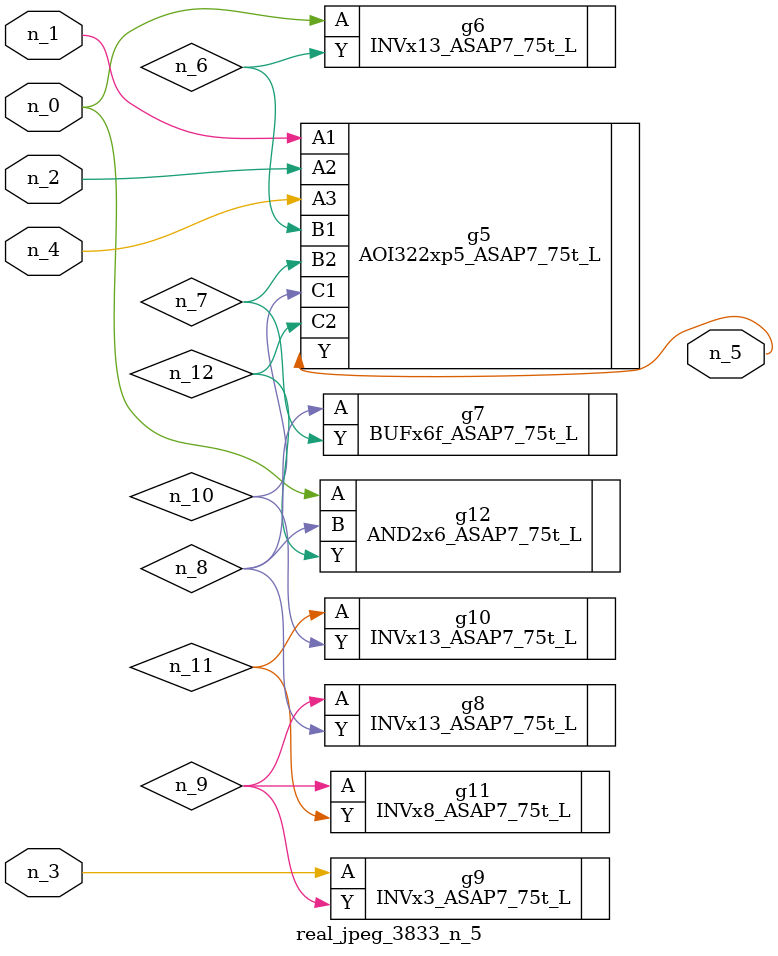
<source format=v>
module real_jpeg_3833_n_5 (n_4, n_0, n_1, n_2, n_3, n_5);

input n_4;
input n_0;
input n_1;
input n_2;
input n_3;

output n_5;

wire n_12;
wire n_8;
wire n_11;
wire n_6;
wire n_7;
wire n_10;
wire n_9;

INVx13_ASAP7_75t_L g6 ( 
.A(n_0),
.Y(n_6)
);

AND2x6_ASAP7_75t_L g12 ( 
.A(n_0),
.B(n_8),
.Y(n_12)
);

AOI322xp5_ASAP7_75t_L g5 ( 
.A1(n_1),
.A2(n_2),
.A3(n_4),
.B1(n_6),
.B2(n_7),
.C1(n_10),
.C2(n_12),
.Y(n_5)
);

INVx3_ASAP7_75t_L g9 ( 
.A(n_3),
.Y(n_9)
);

BUFx6f_ASAP7_75t_L g7 ( 
.A(n_8),
.Y(n_7)
);

INVx13_ASAP7_75t_L g8 ( 
.A(n_9),
.Y(n_8)
);

INVx8_ASAP7_75t_L g11 ( 
.A(n_9),
.Y(n_11)
);

INVx13_ASAP7_75t_L g10 ( 
.A(n_11),
.Y(n_10)
);


endmodule
</source>
